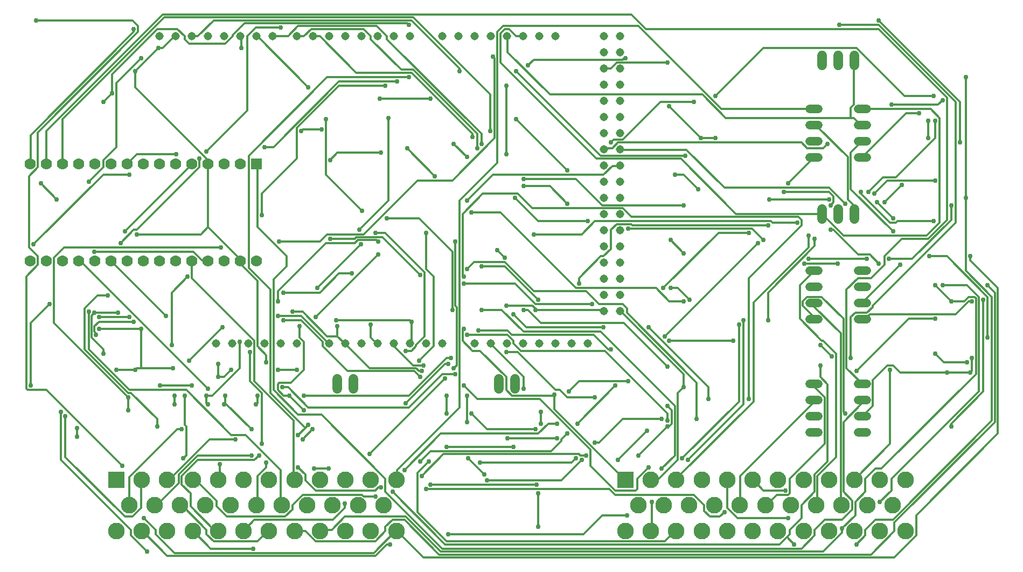
<source format=gbr>
G04 EAGLE Gerber X2 export*
%TF.Part,Single*%
%TF.FileFunction,Copper,L2,Bot,Mixed*%
%TF.FilePolarity,Positive*%
%TF.GenerationSoftware,Autodesk,EAGLE,9.1.3*%
%TF.CreationDate,2020-03-16T01:18:41Z*%
G75*
%MOMM*%
%FSLAX34Y34*%
%LPD*%
%AMOC8*
5,1,8,0,0,1.08239X$1,22.5*%
G01*
%ADD10C,1.524000*%
%ADD11C,1.320800*%
%ADD12C,1.308000*%
%ADD13R,1.778000X1.778000*%
%ADD14C,1.778000*%
%ADD15R,2.625000X2.625000*%
%ADD16C,2.625000*%
%ADD17C,0.304800*%
%ADD18C,0.756400*%


D10*
X1282700Y754380D02*
X1282700Y769620D01*
X1308100Y769620D02*
X1308100Y754380D01*
X1333500Y754380D02*
X1333500Y769620D01*
D11*
X1276604Y685800D02*
X1263396Y685800D01*
X1263396Y660400D02*
X1276604Y660400D01*
X1339596Y660400D02*
X1352804Y660400D01*
X1352804Y685800D02*
X1339596Y685800D01*
X1276604Y635000D02*
X1263396Y635000D01*
X1263396Y609600D02*
X1276604Y609600D01*
X1339596Y635000D02*
X1352804Y635000D01*
X1352804Y609600D02*
X1339596Y609600D01*
D10*
X774700Y261620D02*
X774700Y246380D01*
X800100Y246380D02*
X800100Y261620D01*
X520700Y261620D02*
X520700Y246380D01*
X546100Y246380D02*
X546100Y261620D01*
D12*
X241300Y800100D03*
X266700Y800100D03*
X292100Y800100D03*
X317500Y800100D03*
X342900Y800100D03*
X368300Y800100D03*
X393700Y800100D03*
X419100Y800100D03*
X457200Y800100D03*
X482600Y800100D03*
X508000Y800100D03*
X533400Y800100D03*
X558800Y800100D03*
X584200Y800100D03*
X609600Y800100D03*
X635000Y800100D03*
X685800Y800100D03*
X711200Y800100D03*
X736600Y800100D03*
X762000Y800100D03*
X787400Y800100D03*
X812800Y800100D03*
X838200Y800100D03*
X863600Y800100D03*
X939800Y800100D03*
X939800Y774700D03*
X939800Y749300D03*
X939800Y723900D03*
X939800Y698500D03*
X939800Y673100D03*
X939800Y647700D03*
X939800Y622300D03*
X939800Y596900D03*
X939800Y571500D03*
X939800Y546100D03*
X939800Y520700D03*
X939800Y495300D03*
X939800Y469900D03*
X939800Y444500D03*
X939800Y419100D03*
X939800Y393700D03*
X939800Y368300D03*
X965200Y368300D03*
X965200Y393700D03*
X965200Y419100D03*
X965200Y444500D03*
X965200Y469900D03*
X965200Y495300D03*
X965200Y520700D03*
X965200Y546100D03*
X965200Y571500D03*
X965200Y596900D03*
X965200Y622300D03*
X965200Y647700D03*
X965200Y673100D03*
X965200Y698500D03*
X965200Y723900D03*
X965200Y749300D03*
X965200Y774700D03*
X965200Y800100D03*
X914400Y317500D03*
X889000Y317500D03*
X863600Y317500D03*
X838200Y317500D03*
X812800Y317500D03*
X787400Y317500D03*
X762000Y317500D03*
X736600Y317500D03*
X685800Y317500D03*
X660400Y317500D03*
X635000Y317500D03*
X609600Y317500D03*
X584200Y317500D03*
X558800Y317500D03*
X533400Y317500D03*
X508000Y317500D03*
X457200Y317500D03*
X431800Y317500D03*
X406400Y317500D03*
X381000Y317500D03*
X355600Y317500D03*
X330200Y317500D03*
D10*
X1333500Y513080D02*
X1333500Y528320D01*
X1308100Y528320D02*
X1308100Y513080D01*
X1282700Y513080D02*
X1282700Y528320D01*
D13*
X393700Y599440D03*
D14*
X368300Y599440D03*
X342900Y599440D03*
X317500Y599440D03*
X292100Y599440D03*
X266700Y599440D03*
X241300Y599440D03*
X215900Y599440D03*
X190500Y599440D03*
X165100Y599440D03*
X139700Y599440D03*
X114300Y599440D03*
X88900Y599440D03*
X63500Y599440D03*
X38100Y599440D03*
X393700Y447040D03*
X368300Y447040D03*
X342900Y447040D03*
X317500Y447040D03*
X292100Y447040D03*
X266700Y447040D03*
X241300Y447040D03*
X215900Y447040D03*
X190500Y447040D03*
X165100Y447040D03*
X139700Y447040D03*
X114300Y447040D03*
X88900Y447040D03*
X63500Y447040D03*
X38100Y447040D03*
D11*
X1263396Y254000D02*
X1276604Y254000D01*
X1276604Y228600D02*
X1263396Y228600D01*
X1339596Y228600D02*
X1352804Y228600D01*
X1352804Y254000D02*
X1339596Y254000D01*
X1276604Y203200D02*
X1263396Y203200D01*
X1263396Y177800D02*
X1276604Y177800D01*
X1339596Y203200D02*
X1352804Y203200D01*
X1352804Y177800D02*
X1339596Y177800D01*
X1276604Y431800D02*
X1263396Y431800D01*
X1263396Y406400D02*
X1276604Y406400D01*
X1339596Y406400D02*
X1352804Y406400D01*
X1352804Y431800D02*
X1339596Y431800D01*
X1276604Y381000D02*
X1263396Y381000D01*
X1263396Y355600D02*
X1276604Y355600D01*
X1339596Y381000D02*
X1352804Y381000D01*
X1352804Y355600D02*
X1339596Y355600D01*
D15*
X173700Y103500D03*
D16*
X213700Y103500D03*
X253700Y103500D03*
X293700Y103500D03*
X333700Y103500D03*
X373700Y103500D03*
X413700Y103500D03*
X453700Y103500D03*
X493700Y103500D03*
X533700Y103500D03*
X573700Y103500D03*
X613700Y103500D03*
X193700Y63500D03*
X233700Y63500D03*
X273700Y63500D03*
X313700Y63500D03*
X353700Y63500D03*
X393700Y63500D03*
X433700Y63500D03*
X473700Y63500D03*
X513700Y63500D03*
X553700Y63500D03*
X593700Y63500D03*
X173700Y23500D03*
X213700Y23500D03*
X253700Y23500D03*
X293700Y23500D03*
X333700Y23500D03*
X373700Y23500D03*
X413700Y23500D03*
X453700Y23500D03*
X493700Y23500D03*
X533700Y23500D03*
X573700Y23500D03*
X613700Y23500D03*
D15*
X973800Y103500D03*
D16*
X1013800Y103500D03*
X1053800Y103500D03*
X1093800Y103500D03*
X1133800Y103500D03*
X1173800Y103500D03*
X1213800Y103500D03*
X1253800Y103500D03*
X1293800Y103500D03*
X1333800Y103500D03*
X1373800Y103500D03*
X1413800Y103500D03*
X993800Y63500D03*
X1033800Y63500D03*
X1073800Y63500D03*
X1113800Y63500D03*
X1153800Y63500D03*
X1193800Y63500D03*
X1233800Y63500D03*
X1273800Y63500D03*
X1313800Y63500D03*
X1353800Y63500D03*
X1393800Y63500D03*
X973800Y23500D03*
X1013800Y23500D03*
X1053800Y23500D03*
X1093800Y23500D03*
X1133800Y23500D03*
X1173800Y23500D03*
X1213800Y23500D03*
X1253800Y23500D03*
X1293800Y23500D03*
X1333800Y23500D03*
X1373800Y23500D03*
X1413800Y23500D03*
D17*
X301752Y800100D02*
X292100Y800100D01*
X301752Y800100D02*
X326898Y825246D01*
X637794Y825246D01*
X713232Y749808D01*
X713232Y745236D01*
X802386Y745236D02*
X934974Y612648D01*
X1067562Y612648D01*
D18*
X713232Y745236D03*
X802386Y745236D03*
X1067562Y612648D03*
D17*
X1065276Y582930D02*
X1051560Y582930D01*
X1065276Y582930D02*
X1088136Y560070D01*
D18*
X1051560Y582930D03*
X1088136Y560070D03*
D17*
X370332Y781812D02*
X370332Y800100D01*
X630936Y624078D02*
X674370Y580644D01*
X731520Y523494D02*
X777240Y523494D01*
X896112Y404622D01*
X1021842Y404622D01*
X1042416Y384048D01*
X1065276Y384048D01*
X370332Y800100D02*
X368300Y800100D01*
D18*
X370332Y781812D03*
X630936Y624078D03*
X674370Y580644D03*
X731520Y523494D03*
X1065276Y384048D03*
D17*
X475488Y720090D02*
X395478Y800100D01*
X587502Y701802D02*
X667512Y701802D01*
X802386Y669798D02*
X882396Y589788D01*
X1044702Y480060D02*
X1065276Y459486D01*
X395478Y800100D02*
X393700Y800100D01*
D18*
X475488Y720090D03*
X587502Y701802D03*
X667512Y701802D03*
X802386Y669798D03*
X882396Y589788D03*
X1044702Y480060D03*
X1065276Y459486D03*
D17*
X443484Y800100D02*
X419100Y800100D01*
X443484Y800100D02*
X459486Y816102D01*
X582930Y816102D01*
X598932Y800100D01*
X598932Y795528D01*
X747522Y646938D01*
X747522Y630936D01*
X813816Y564642D02*
X854964Y564642D01*
X882396Y537210D01*
X1044702Y404622D02*
X1056132Y404622D01*
X1074420Y386334D01*
D18*
X747522Y630936D03*
X813816Y564642D03*
X882396Y537210D03*
X1044702Y404622D03*
X1074420Y386334D03*
D17*
X468630Y800100D02*
X457200Y800100D01*
X468630Y800100D02*
X480060Y811530D01*
X562356Y811530D01*
X573786Y800100D01*
X573786Y795528D01*
X621792Y747522D01*
X640080Y747522D01*
X740664Y646938D01*
X740664Y624078D01*
X813816Y370332D02*
X820674Y370332D01*
X841248Y349758D01*
X971550Y349758D01*
X1040130Y281178D01*
D18*
X740664Y624078D03*
X813816Y370332D03*
X1040130Y281178D03*
D17*
X493776Y800100D02*
X482600Y800100D01*
X493776Y800100D02*
X550926Y742950D01*
X637794Y742950D01*
X733806Y646938D01*
X733806Y642366D01*
X813816Y576072D02*
X896112Y576072D01*
X937260Y534924D01*
X1065276Y534924D01*
D18*
X733806Y642366D03*
X813816Y576072D03*
X1065276Y534924D03*
D17*
X788670Y774954D02*
X788670Y800100D01*
X788670Y774954D02*
X854964Y708660D01*
X1094994Y708660D01*
X1131570Y672084D01*
X1328166Y672084D02*
X1332738Y672084D01*
X1328166Y672084D02*
X1131570Y672084D01*
X1332738Y672084D02*
X1344168Y660654D01*
X788670Y800100D02*
X787400Y800100D01*
X1344168Y660654D02*
X1346200Y660400D01*
X1332738Y692658D02*
X1332738Y761238D01*
X1332738Y692658D02*
X1328166Y688086D01*
X1328166Y672084D01*
X1332738Y761238D02*
X1333500Y762000D01*
X812800Y800100D02*
X802386Y800100D01*
X790956Y811530D01*
X784098Y811530D01*
X777240Y804672D01*
X777240Y758952D01*
X928116Y608076D01*
X1060704Y608076D01*
X1147572Y521208D01*
X1282446Y521208D01*
X1282700Y520700D01*
X1346200Y685800D02*
X1453896Y685800D01*
X1467612Y672084D01*
X1467612Y507492D01*
X1447038Y486918D01*
X1316736Y486918D01*
X1284732Y518922D01*
X1282700Y520700D01*
X265176Y235458D02*
X265176Y221742D01*
X260604Y315468D02*
X260604Y397764D01*
X285750Y422910D01*
X402336Y518922D02*
X402336Y553212D01*
X457200Y608076D01*
X457200Y656082D01*
X523494Y722376D01*
X596646Y722376D01*
D18*
X265176Y221742D03*
X265176Y235458D03*
X260604Y315468D03*
X285750Y422910D03*
X402336Y518922D03*
X596646Y722376D03*
D17*
X192024Y233172D02*
X192024Y212598D01*
X192024Y233172D02*
X75438Y349758D01*
X75438Y452628D01*
X91440Y468630D01*
X338328Y468630D01*
X429768Y477774D02*
X493776Y477774D01*
X505206Y489204D01*
X562356Y489204D01*
X646938Y573786D01*
X701802Y573786D01*
X768096Y640080D01*
X768096Y765810D01*
X765810Y768096D01*
D18*
X192024Y212598D03*
X192024Y233172D03*
X338328Y468630D03*
X429768Y477774D03*
X765810Y768096D03*
D17*
X86868Y210312D02*
X86868Y134874D01*
X196596Y25146D01*
X196596Y16002D01*
X221742Y-9144D01*
X813816Y246888D02*
X813816Y265176D01*
X763524Y315468D01*
X762000Y317500D01*
D18*
X86868Y210312D03*
X221742Y-9144D03*
X813816Y246888D03*
D17*
X315468Y235458D02*
X315468Y224028D01*
X317754Y221742D01*
X1085850Y198882D02*
X1085850Y256032D01*
X976122Y365760D01*
X976122Y372618D01*
X969264Y379476D01*
X932688Y379476D01*
X912114Y400050D01*
X829818Y400050D01*
X784098Y445770D01*
X736092Y445770D01*
X724662Y434340D01*
X637794Y352044D02*
X637794Y320040D01*
X635508Y317754D01*
X635000Y317500D01*
X324612Y235458D02*
X315468Y235458D01*
X324612Y235458D02*
X368046Y278892D01*
X368046Y320040D01*
X518922Y354330D02*
X635508Y354330D01*
X637794Y352044D01*
D18*
X315468Y235458D03*
X317754Y221742D03*
X1085850Y198882D03*
X724662Y434340D03*
X637794Y352044D03*
X368046Y320040D03*
X518922Y354330D03*
D17*
X345186Y235458D02*
X345186Y224028D01*
X317754Y246888D02*
X118872Y445770D01*
X114300Y445770D01*
X114300Y447040D01*
X992124Y105156D02*
X1010412Y123444D01*
X992124Y105156D02*
X992124Y89154D01*
X989838Y86868D01*
X957834Y86868D01*
X918972Y125730D01*
X918972Y150876D01*
X838962Y230886D01*
X740664Y230886D01*
X720090Y251460D01*
X656082Y283464D02*
X640080Y283464D01*
X608076Y315468D01*
X609600Y317500D01*
X386334Y182880D02*
X345186Y224028D01*
X342900Y221742D01*
D18*
X345186Y235458D03*
X342900Y221742D03*
X317754Y246888D03*
X1010412Y123444D03*
X720090Y251460D03*
X656082Y283464D03*
X386334Y182880D03*
D17*
X153162Y301752D02*
X153162Y308610D01*
X134874Y326898D01*
X134874Y361188D01*
X139446Y365760D01*
X573786Y347472D02*
X573786Y326898D01*
X582930Y317754D01*
X584200Y317500D01*
X1168146Y230886D02*
X1168146Y420624D01*
X1250442Y502920D01*
X1250442Y512064D01*
X1245870Y516636D01*
X982980Y516636D01*
X969264Y530352D01*
X827532Y530352D01*
X804672Y553212D01*
X749808Y553212D01*
X717804Y521208D01*
X717804Y425196D01*
X720090Y422910D01*
X176022Y365760D02*
X139446Y365760D01*
D18*
X153162Y301752D03*
X139446Y365760D03*
X573786Y347472D03*
X1168146Y230886D03*
X720090Y422910D03*
X176022Y365760D03*
D17*
X38862Y349758D02*
X38862Y251460D01*
X38862Y349758D02*
X68580Y379476D01*
X146304Y358902D02*
X194310Y358902D01*
X450342Y368046D02*
X466344Y368046D01*
X505206Y329184D01*
X521208Y329184D01*
X532638Y317754D01*
X533400Y317500D01*
X521208Y329184D02*
X521208Y345186D01*
X836676Y82296D02*
X836676Y29718D01*
X832104Y182880D02*
X756666Y182880D01*
X731520Y208026D01*
X692658Y208026D02*
X692658Y235458D01*
X653796Y274320D02*
X649224Y274320D01*
X644652Y278892D01*
X571500Y278892D01*
X534924Y315468D01*
X533400Y317500D01*
D18*
X38862Y251460D03*
X68580Y379476D03*
X146304Y358902D03*
X194310Y358902D03*
X450342Y368046D03*
X521208Y345186D03*
X836676Y29718D03*
X836676Y82296D03*
X832104Y182880D03*
X731520Y208026D03*
X692658Y208026D03*
X692658Y235458D03*
X653796Y274320D03*
D17*
X507492Y317754D02*
X464058Y361188D01*
X427482Y361188D01*
X251460Y361188D02*
X166878Y445770D01*
X507492Y317754D02*
X508000Y317500D01*
X166878Y445770D02*
X165100Y447040D01*
X173736Y726948D02*
X212598Y765810D01*
X173736Y726948D02*
X173736Y626364D01*
X153162Y605790D01*
X153162Y594360D01*
X130302Y571500D01*
D18*
X427482Y361188D03*
X251460Y361188D03*
X212598Y765810D03*
X130302Y571500D03*
D17*
X1412748Y706374D02*
X1458468Y706374D01*
X1412748Y706374D02*
X1337310Y781812D01*
X1191006Y781812D01*
X1115568Y706374D01*
X1081278Y697230D02*
X1028700Y697230D01*
X969264Y637794D01*
X955548Y637794D01*
X950976Y633222D01*
D18*
X1458468Y706374D03*
X1115568Y706374D03*
X1081278Y697230D03*
X950976Y633222D03*
D17*
X1474470Y288036D02*
X1511046Y288036D01*
X1474470Y288036D02*
X1460754Y301752D01*
X953262Y624078D02*
X941832Y624078D01*
X953262Y624078D02*
X962406Y633222D01*
X1250442Y633222D01*
X1259586Y624078D01*
X1284732Y624078D01*
X1291590Y630936D01*
X1392174Y692658D02*
X1465326Y692658D01*
X1472184Y699516D01*
X941832Y624078D02*
X939800Y622300D01*
D18*
X1511046Y288036D03*
X1460754Y301752D03*
X1291590Y630936D03*
X1392174Y692658D03*
X1472184Y699516D03*
D17*
X950976Y749808D02*
X941832Y749808D01*
X950976Y749808D02*
X960120Y758952D01*
X1040130Y758952D01*
X941832Y749808D02*
X939800Y749300D01*
D18*
X1040130Y758952D03*
D17*
X292608Y598932D02*
X187452Y493776D01*
X292608Y598932D02*
X292100Y599440D01*
X1092708Y640080D02*
X1115568Y640080D01*
X1092708Y640080D02*
X1042416Y690372D01*
X420624Y626364D02*
X406908Y626364D01*
X420624Y626364D02*
X523494Y729234D01*
X614934Y729234D01*
D18*
X187452Y493776D03*
X1092708Y640080D03*
X1115568Y640080D03*
X1042416Y690372D03*
X406908Y626364D03*
X614934Y729234D03*
D17*
X445770Y235458D02*
X468630Y212598D01*
X953262Y596646D02*
X964692Y596646D01*
X953262Y596646D02*
X939546Y582930D01*
X765810Y582930D01*
X724662Y541782D01*
X585216Y457200D02*
X486918Y358902D01*
X461772Y345186D02*
X461772Y326898D01*
X468630Y320040D01*
X468630Y276606D01*
X448056Y256032D01*
X429768Y256032D01*
X427482Y253746D01*
X427482Y244602D01*
X436626Y235458D01*
X445770Y235458D01*
X964692Y596646D02*
X965200Y596900D01*
D18*
X468630Y212598D03*
X445770Y235458D03*
X724662Y541782D03*
X585216Y457200D03*
X486918Y358902D03*
X461772Y345186D03*
D17*
X1543050Y326898D02*
X1543050Y390906D01*
X1479042Y454914D01*
X1451610Y454914D01*
X1394460Y514350D02*
X1369314Y539496D01*
X1319022Y537210D02*
X1293876Y562356D01*
X1129284Y562356D01*
X1069848Y621792D01*
X966978Y621792D01*
X965200Y622300D01*
D18*
X1543050Y326898D03*
X1451610Y454914D03*
X1394460Y514350D03*
X1369314Y539496D03*
X1319022Y537210D03*
D17*
X112014Y185166D02*
X112014Y171450D01*
X242316Y251460D02*
X292608Y251460D01*
X434340Y249174D02*
X443484Y249174D01*
X475488Y217170D01*
X633222Y217170D01*
X685800Y269748D01*
X706374Y269748D01*
X786384Y304038D02*
X804672Y304038D01*
X864108Y244602D01*
X870966Y244602D01*
X882396Y233172D01*
X925830Y233172D01*
D18*
X112014Y171450D03*
X112014Y185166D03*
X242316Y251460D03*
X292608Y251460D03*
X434340Y249174D03*
X706374Y269748D03*
X786384Y304038D03*
X925830Y233172D03*
D17*
X866394Y169164D02*
X788670Y169164D01*
X1449324Y640080D02*
X1449324Y667512D01*
X235458Y25146D02*
X217170Y43434D01*
X235458Y25146D02*
X235458Y18288D01*
X265176Y-11430D01*
X578358Y-11430D01*
X612648Y22860D01*
X613700Y23500D01*
X1515618Y448056D02*
X1515618Y454914D01*
X1515618Y448056D02*
X1559052Y404622D01*
X1559052Y176022D01*
X1431036Y48006D01*
X1431036Y16002D01*
X1396746Y-18288D01*
X656082Y-18288D01*
X614934Y22860D01*
X613700Y23500D01*
D18*
X866394Y169164D03*
X788670Y169164D03*
X1449324Y667512D03*
X1449324Y640080D03*
X217170Y43434D03*
X1515618Y454914D03*
D17*
X278892Y61722D02*
X274320Y61722D01*
X278892Y61722D02*
X315468Y25146D01*
X315468Y18288D01*
X326898Y6858D01*
X395478Y6858D01*
X411480Y22860D01*
X274320Y61722D02*
X273700Y63500D01*
X411480Y22860D02*
X413700Y23500D01*
X203454Y276606D02*
X173736Y276606D01*
X205740Y278892D02*
X212598Y278892D01*
X262890Y278892D01*
X205740Y278892D02*
X203454Y276606D01*
X333756Y265176D02*
X342900Y265176D01*
X354330Y276606D01*
X333756Y285750D02*
X333756Y265176D01*
X212598Y278892D02*
X212598Y340614D01*
X146304Y340614D01*
X240030Y781812D02*
X246888Y781812D01*
X265176Y800100D01*
X266700Y800100D01*
X240030Y781812D02*
X203454Y745236D01*
X409194Y299466D02*
X409194Y288036D01*
X409194Y299466D02*
X395478Y313182D01*
X395478Y416052D01*
X370332Y441198D01*
X370332Y445770D01*
X368300Y447040D01*
X427482Y276606D02*
X457200Y276606D01*
X317754Y500634D02*
X317754Y598932D01*
X317754Y500634D02*
X370332Y448056D01*
X317754Y598932D02*
X317500Y599440D01*
X370332Y448056D02*
X368300Y447040D01*
X203454Y720090D02*
X203454Y745236D01*
X203454Y720090D02*
X315468Y608076D01*
X315468Y601218D01*
X317500Y599440D01*
X306324Y489204D02*
X205740Y489204D01*
X306324Y489204D02*
X317754Y500634D01*
X1346454Y381762D02*
X1405890Y441198D01*
X1346454Y381762D02*
X1346200Y381000D01*
X1405890Y272034D02*
X1479042Y272034D01*
X1515618Y272034D01*
X1405890Y272034D02*
X1394460Y283464D01*
X1385316Y283464D01*
X1362456Y260604D01*
X1362456Y219456D01*
X1346200Y203200D01*
X1517904Y274320D02*
X1517904Y294894D01*
X1517904Y274320D02*
X1515618Y272034D01*
X1065276Y269748D02*
X1065276Y249174D01*
X1065276Y269748D02*
X966978Y368046D01*
X965200Y368300D01*
X827532Y377190D02*
X786384Y377190D01*
X832104Y372618D02*
X834390Y370332D01*
X832104Y372618D02*
X827532Y377190D01*
X834390Y370332D02*
X939546Y370332D01*
X939800Y368300D01*
X832104Y370332D02*
X832104Y372618D01*
X1014984Y105156D02*
X1026414Y105156D01*
X1056132Y134874D01*
X1056132Y240030D01*
X1065276Y249174D01*
X1014984Y105156D02*
X1013800Y103500D01*
X1394460Y493776D02*
X1328166Y560070D01*
X1328166Y617220D01*
X1344168Y633222D01*
X1346200Y635000D01*
X784098Y452628D02*
X772668Y464058D01*
D18*
X173736Y276606D03*
X203454Y276606D03*
X262890Y278892D03*
X333756Y265176D03*
X354330Y276606D03*
X333756Y285750D03*
X212598Y340614D03*
X146304Y340614D03*
X240030Y781812D03*
X203454Y745236D03*
X409194Y288036D03*
X457200Y276606D03*
X427482Y276606D03*
X205740Y489204D03*
X1405890Y441198D03*
X1515618Y272034D03*
X1517904Y294894D03*
X1479042Y272034D03*
X1065276Y249174D03*
X786384Y377190D03*
X832104Y370332D03*
X1394460Y493776D03*
X772668Y464058D03*
X784098Y452628D03*
D17*
X861822Y235458D02*
X861822Y214884D01*
X971550Y105156D01*
X973800Y103500D01*
X861822Y235458D02*
X795528Y235458D01*
X786384Y244602D01*
X786384Y265176D01*
X745236Y306324D01*
X733806Y306324D01*
X717804Y322326D01*
X717804Y338328D01*
X720090Y340614D01*
X861822Y237744D02*
X861822Y235458D01*
X1415034Y678942D02*
X1435608Y678942D01*
X1415034Y678942D02*
X1346454Y610362D01*
X1346200Y609600D01*
X1513332Y384048D02*
X1517904Y384048D01*
X1513332Y384048D02*
X1492758Y363474D01*
X1357884Y363474D01*
X1351026Y356616D01*
X1346454Y356616D01*
X1346200Y355600D01*
X315468Y448056D02*
X308610Y448056D01*
X294894Y461772D01*
X139446Y461772D01*
X315468Y448056D02*
X317500Y447040D01*
X212598Y102870D02*
X212598Y59436D01*
X198882Y45720D01*
X187452Y45720D01*
X93726Y139446D01*
X93726Y203454D01*
X212598Y102870D02*
X213700Y103500D01*
X80010Y544068D02*
X54864Y569214D01*
D18*
X861822Y237744D03*
X720090Y340614D03*
X1435608Y678942D03*
X1517904Y384048D03*
X139446Y461772D03*
X93726Y203454D03*
X54864Y569214D03*
X80010Y544068D03*
D17*
X1040130Y187452D02*
X1042416Y187452D01*
X1046988Y192024D01*
X1046988Y212598D01*
X1040130Y219456D01*
X1040130Y187452D02*
X994410Y141732D01*
X912114Y141732D02*
X902970Y141732D01*
X900684Y144018D01*
X688086Y144018D01*
X653796Y109728D01*
X580644Y77724D02*
X562356Y77724D01*
X560070Y80010D01*
X466344Y80010D01*
X450342Y64008D01*
X450342Y57150D01*
X438912Y45720D01*
X347472Y45720D01*
X331470Y61722D01*
X331470Y70866D01*
X299466Y102870D01*
X294894Y102870D01*
X293700Y103500D01*
D18*
X1040130Y187452D03*
X1040130Y219456D03*
X994410Y141732D03*
X912114Y141732D03*
X653796Y109728D03*
X580644Y77724D03*
D17*
X395478Y224028D02*
X395478Y235458D01*
X395478Y224028D02*
X393192Y221742D01*
X946404Y308610D02*
X950976Y308610D01*
X946404Y308610D02*
X923544Y331470D01*
X795528Y331470D01*
X788670Y338328D01*
X742950Y338328D01*
X699516Y294894D02*
X692658Y294894D01*
X633222Y235458D01*
X468630Y235458D01*
D18*
X395478Y235458D03*
X393192Y221742D03*
X950976Y308610D03*
X742950Y338328D03*
X699516Y294894D03*
X468630Y235458D03*
D17*
X1104138Y230886D02*
X1104138Y249174D01*
X1010412Y342900D01*
X939546Y342900D02*
X818388Y342900D01*
X797814Y363474D01*
X694944Y285750D02*
X690372Y285750D01*
X628650Y224028D01*
X507492Y121158D02*
X484632Y121158D01*
D18*
X1104138Y230886D03*
X1010412Y342900D03*
X939546Y342900D03*
X797814Y363474D03*
X694944Y285750D03*
X628650Y224028D03*
X507492Y121158D03*
X484632Y121158D03*
D17*
X292608Y420624D02*
X292608Y445770D01*
X292608Y420624D02*
X390906Y322326D01*
X390906Y258318D01*
X452628Y196596D01*
X452628Y105156D01*
X292608Y445770D02*
X292100Y447040D01*
X452628Y105156D02*
X453700Y103500D01*
X1040130Y196596D02*
X1040130Y208026D01*
X941832Y306324D01*
X809244Y306324D01*
X797814Y317754D01*
X797814Y322326D01*
X788670Y331470D01*
X724662Y331470D01*
X482346Y182880D02*
X466344Y166878D01*
X361188Y166878D02*
X320040Y166878D01*
X258318Y105156D01*
X253746Y105156D01*
X253700Y103500D01*
D18*
X1040130Y196596D03*
X724662Y331470D03*
X482346Y182880D03*
X466344Y166878D03*
X361188Y166878D03*
D17*
X336042Y128016D02*
X336042Y107442D01*
X333756Y105156D01*
X333700Y103500D01*
X1485900Y187452D02*
X1485900Y192024D01*
X1536192Y242316D01*
X1536192Y386334D01*
X432054Y813816D02*
X393192Y813816D01*
X379476Y800100D01*
X379476Y683514D01*
X315468Y619506D01*
X304038Y608076D02*
X304038Y594360D01*
X205740Y496062D01*
X201168Y496062D01*
X180594Y475488D01*
X160020Y393192D02*
X144018Y393192D01*
X123444Y372618D01*
X123444Y308610D01*
X192024Y240030D01*
X196596Y240030D01*
X237744Y198882D01*
X237744Y187452D01*
D18*
X336042Y128016D03*
X1485900Y187452D03*
X1536192Y386334D03*
X432054Y813816D03*
X315468Y619506D03*
X304038Y608076D03*
X180594Y475488D03*
X160020Y393192D03*
X237744Y187452D03*
D17*
X1508760Y546354D02*
X1508760Y736092D01*
X1280160Y283464D02*
X1280160Y265176D01*
X1291590Y253746D01*
X1291590Y132588D01*
X1271016Y112014D01*
X1271016Y84582D01*
X1250442Y64008D01*
X1250442Y43434D01*
X1232154Y25146D01*
X1232154Y18288D01*
X1227582Y13716D02*
X1216152Y2286D01*
X1227582Y13716D02*
X1232154Y18288D01*
X1216152Y2286D02*
X690372Y2286D01*
X608076Y84582D01*
X1508760Y432054D02*
X1508760Y546354D01*
X1508760Y432054D02*
X1549908Y390906D01*
X1549908Y196596D01*
X1394460Y41148D01*
X1367028Y41148D01*
X1351026Y25146D01*
X1351026Y16002D01*
X1337310Y2286D01*
X1239012Y2286D02*
X1227582Y13716D01*
D18*
X1508760Y546354D03*
X1508760Y736092D03*
X1280160Y283464D03*
X608076Y84582D03*
X1337310Y2286D03*
X1239012Y2286D03*
D17*
X1143000Y322326D02*
X1042416Y322326D01*
X978408Y258318D02*
X900684Y258318D01*
X884682Y242316D01*
X797814Y155448D02*
X692658Y155448D01*
D18*
X1143000Y322326D03*
X1042416Y322326D03*
X978408Y258318D03*
X884682Y242316D03*
X797814Y155448D03*
X692658Y155448D03*
D17*
X1460754Y640080D02*
X1460754Y667512D01*
X1460754Y640080D02*
X1399032Y578358D01*
X1378458Y578358D01*
X1355598Y555498D01*
X1271016Y482346D02*
X1271016Y470916D01*
X1197864Y397764D01*
X1197864Y354330D01*
X889254Y130302D02*
X745236Y130302D01*
X889254Y130302D02*
X896112Y137160D01*
X925830Y162306D02*
X932688Y162306D01*
X969264Y198882D01*
X1030986Y198882D01*
D18*
X1460754Y667512D03*
X1355598Y555498D03*
X1271016Y482346D03*
X1197864Y354330D03*
X745236Y130302D03*
X896112Y137160D03*
X925830Y162306D03*
X1030986Y198882D03*
D17*
X1008126Y180594D02*
X962406Y134874D01*
X905256Y134874D02*
X873252Y102870D01*
X756666Y102870D01*
X603504Y2286D02*
X598932Y2286D01*
X580644Y-16002D01*
X253746Y-16002D01*
X214884Y22860D01*
X213700Y23500D01*
D18*
X1008126Y180594D03*
X962406Y134874D03*
X905256Y134874D03*
X756666Y102870D03*
X603504Y2286D03*
D17*
X1385316Y573786D02*
X1460754Y573786D01*
X1385316Y573786D02*
X1364742Y553212D01*
X1293876Y544068D02*
X1200150Y544068D01*
X182880Y125730D02*
X64008Y244602D01*
X34290Y244602D01*
X32004Y246888D01*
X32004Y422910D01*
X50292Y441198D01*
X50292Y454914D01*
X36576Y468630D01*
X36576Y580644D01*
X50292Y594360D01*
X50292Y649224D01*
X208026Y806958D01*
X208026Y816102D01*
X198882Y825246D01*
X48006Y825246D01*
X1371600Y825246D02*
X1499616Y697230D01*
X1499616Y633222D01*
D18*
X1460754Y573786D03*
X1364742Y553212D03*
X1293876Y544068D03*
X1200150Y544068D03*
X182880Y125730D03*
X48006Y825246D03*
X1371600Y825246D03*
X1499616Y633222D03*
D17*
X1159002Y354330D02*
X1159002Y221742D01*
X1072134Y134874D01*
X976122Y48006D02*
X937260Y48006D01*
X907542Y18288D01*
X694944Y18288D01*
X388620Y-4572D02*
X322326Y-4572D01*
X294894Y22860D01*
X293700Y23500D01*
D18*
X1159002Y354330D03*
X1072134Y134874D03*
X976122Y48006D03*
X694944Y18288D03*
X388620Y-4572D03*
D17*
X1485900Y512064D02*
X1485900Y534924D01*
X1485900Y512064D02*
X1424178Y450342D01*
X1387602Y450342D01*
X1353312Y450342D02*
X1261872Y450342D01*
X331470Y25146D02*
X326898Y25146D01*
X290322Y61722D01*
X290322Y82296D01*
X276606Y96012D01*
X276606Y109728D01*
X301752Y134874D01*
X390906Y134874D01*
X397764Y141732D01*
X402336Y160020D02*
X402336Y240030D01*
X384048Y258318D01*
X384048Y304038D01*
X720090Y411480D02*
X800100Y411480D01*
X832104Y379476D01*
X921258Y379476D01*
X1033272Y404622D02*
X1120140Y491490D01*
X1168146Y491490D01*
X333700Y23500D02*
X331470Y25146D01*
D18*
X1485900Y534924D03*
X1387602Y450342D03*
X1353312Y450342D03*
X1261872Y450342D03*
X397764Y141732D03*
X402336Y160020D03*
X384048Y304038D03*
X720090Y411480D03*
X921258Y379476D03*
X1033272Y404622D03*
X1168146Y491490D03*
D17*
X1181862Y475488D02*
X1035558Y329184D01*
X957834Y251460D02*
X898398Y192024D01*
X882396Y176022D02*
X873252Y166878D01*
X873252Y164592D01*
X857250Y148590D01*
X667512Y148590D01*
X651510Y132588D01*
X532638Y66294D02*
X532638Y59436D01*
X514350Y41148D01*
X390906Y41148D01*
X374904Y25146D01*
X373700Y23500D01*
D18*
X1181862Y475488D03*
X1035558Y329184D03*
X957834Y251460D03*
X898398Y192024D03*
X882396Y176022D03*
X651510Y132588D03*
X532638Y66294D03*
D17*
X1472184Y409194D02*
X1511046Y409194D01*
X1529334Y390906D01*
X1529334Y242316D01*
X1392174Y105156D01*
X1392174Y86868D01*
X1373886Y68580D01*
X1229868Y43434D02*
X1149858Y43434D01*
X1133856Y59436D01*
X1133856Y102870D01*
X1133800Y103500D01*
X834390Y96012D02*
X667512Y96012D01*
D18*
X1472184Y409194D03*
X1373886Y68580D03*
X1229868Y43434D03*
X667512Y96012D03*
X834390Y96012D03*
D17*
X1419606Y356616D02*
X1460754Y356616D01*
X1419606Y356616D02*
X1337310Y274320D01*
X1225296Y86868D02*
X1191006Y86868D01*
X1175004Y102870D01*
X1173800Y103500D01*
X948690Y89154D02*
X660654Y89154D01*
X948690Y89154D02*
X957834Y80010D01*
X1081278Y80010D01*
X1097280Y64008D01*
X1097280Y54864D01*
X1106424Y45720D01*
X1122426Y45720D01*
X1129284Y52578D01*
D18*
X1460754Y356616D03*
X1337310Y274320D03*
X1225296Y86868D03*
X660654Y89154D03*
X1129284Y52578D03*
D17*
X1401318Y509778D02*
X1458468Y509778D01*
X1401318Y509778D02*
X1399032Y507492D01*
X1389888Y507492D01*
X1344168Y553212D01*
X1344168Y555498D01*
X1261872Y486918D02*
X1261872Y468630D01*
X1175004Y381762D01*
X1175004Y226314D01*
X1053846Y105156D01*
X1053800Y103500D01*
X470916Y22860D02*
X454914Y22860D01*
X470916Y22860D02*
X486918Y6858D01*
X580644Y6858D01*
X596646Y22860D01*
X596646Y29718D01*
X608076Y41148D01*
X626364Y41148D01*
X681228Y-13716D01*
X1360170Y-13716D01*
X1396746Y22860D01*
X1396746Y36576D01*
X1554480Y194310D01*
X1554480Y397764D01*
X1543050Y409194D01*
X454914Y22860D02*
X453700Y23500D01*
D18*
X1458468Y509778D03*
X1344168Y555498D03*
X1261872Y486918D03*
X1543050Y409194D03*
D17*
X1485900Y384048D02*
X1460754Y409194D01*
X1485900Y384048D02*
X1506474Y384048D01*
X1513332Y390906D01*
X1522476Y390906D01*
X1524762Y388620D01*
X1524762Y269748D01*
X1376172Y121158D01*
X1367028Y121158D01*
X1351026Y105156D01*
X1351026Y84582D01*
X1335024Y68580D01*
X1335024Y48006D01*
X1314450Y27432D01*
X512064Y25146D02*
X493776Y25146D01*
X512064Y25146D02*
X532638Y45720D01*
X628650Y45720D01*
X683514Y-9144D01*
X1284732Y-9144D01*
X1314450Y20574D01*
X1314450Y27432D01*
X493776Y25146D02*
X493700Y23500D01*
D18*
X1460754Y409194D03*
X1485900Y384048D03*
X1314450Y27432D03*
D17*
X1298448Y297180D02*
X1280160Y315468D01*
D18*
X1280160Y315468D03*
X1298448Y297180D03*
D17*
X1152144Y347472D02*
X1152144Y226314D01*
X1062990Y137160D01*
D18*
X1152144Y347472D03*
X1062990Y137160D03*
D17*
X1223010Y555498D02*
X1293876Y555498D01*
X1300734Y548640D01*
X1300734Y539496D01*
X1296162Y534924D01*
X1296162Y496062D02*
X1300734Y496062D01*
X1339596Y457200D01*
X1357884Y457200D01*
X1371600Y443484D01*
X1389888Y276606D02*
X1389888Y160020D01*
X1335024Y105156D01*
X1333800Y103500D01*
D18*
X1223010Y555498D03*
X1296162Y534924D03*
X1296162Y496062D03*
X1371600Y443484D03*
X1389888Y276606D03*
D17*
X1270000Y685800D02*
X1124712Y685800D01*
X994410Y816102D01*
X781812Y816102D01*
X772668Y806958D01*
X772668Y601218D01*
X713232Y541782D01*
X713232Y217170D01*
X614934Y118872D01*
X614934Y105156D01*
X613700Y103500D01*
X1271016Y658368D02*
X1275588Y658368D01*
X1323594Y610362D01*
X1323594Y544068D01*
X1332738Y534924D01*
X1332738Y521208D01*
X1271016Y658368D02*
X1270000Y660400D01*
X1332738Y521208D02*
X1333500Y520700D01*
X1268730Y608076D02*
X1229868Y569214D01*
X1197864Y502920D02*
X985266Y502920D01*
X982980Y505206D01*
X960120Y505206D01*
X950976Y496062D01*
X950976Y466344D01*
X939546Y454914D01*
X934974Y454914D01*
X900684Y420624D01*
X900684Y411480D01*
X866394Y192024D02*
X852678Y192024D01*
X836676Y176022D01*
X683514Y176022D01*
X626364Y118872D01*
X589788Y91440D02*
X585216Y91440D01*
X580644Y86868D01*
X486918Y86868D01*
X470916Y102870D01*
X470916Y112014D01*
X459486Y123444D01*
X386334Y141732D02*
X301752Y141732D01*
X272034Y112014D01*
X272034Y98298D01*
X235458Y61722D01*
X1268730Y608076D02*
X1270000Y609600D01*
X235458Y61722D02*
X233700Y63500D01*
D18*
X1229868Y569214D03*
X1197864Y502920D03*
X900684Y411480D03*
X866394Y192024D03*
X626364Y118872D03*
X589788Y91440D03*
X459486Y123444D03*
X386334Y141732D03*
D17*
X1204722Y507492D02*
X1243584Y507492D01*
X1204722Y507492D02*
X1202436Y509778D01*
X925830Y509778D01*
X905256Y489204D01*
X829818Y489204D01*
D18*
X1243584Y507492D03*
X829818Y489204D03*
D17*
X470916Y185166D02*
X459486Y173736D01*
X470916Y185166D02*
X475488Y189738D01*
X276606Y182880D02*
X269748Y182880D01*
X194310Y107442D01*
X194310Y64008D01*
X193700Y63500D01*
X971550Y765810D02*
X973836Y765810D01*
X971550Y765810D02*
X969264Y763524D01*
X829818Y763524D01*
X820674Y754380D01*
X633222Y736092D02*
X505206Y736092D01*
X381762Y612648D01*
X381762Y436626D01*
X416052Y402336D01*
X416052Y240030D01*
X470916Y185166D01*
D18*
X475488Y189738D03*
X459486Y173736D03*
X276606Y182880D03*
X973836Y765810D03*
X820674Y754380D03*
X633222Y736092D03*
D17*
X496062Y653796D02*
X466344Y653796D01*
X464058Y651510D01*
D18*
X496062Y653796D03*
X464058Y651510D03*
D17*
X267462Y614934D02*
X205740Y614934D01*
X192024Y601218D01*
X190500Y599440D01*
D18*
X267462Y614934D03*
D17*
X704088Y630936D02*
X724662Y610362D01*
X724662Y235458D02*
X724662Y194310D01*
X726948Y137160D02*
X752094Y112014D01*
D18*
X704088Y630936D03*
X724662Y610362D03*
X724662Y235458D03*
X724662Y194310D03*
X726948Y137160D03*
X752094Y112014D03*
D17*
X601218Y541782D02*
X601218Y672084D01*
X601218Y541782D02*
X555498Y496062D01*
X557784Y473202D02*
X489204Y404622D01*
X340614Y342900D02*
X288036Y290322D01*
X281178Y235458D02*
X281178Y189738D01*
X283464Y187452D01*
X283464Y141732D01*
X278892Y137160D01*
D18*
X601218Y672084D03*
X555498Y496062D03*
X557784Y473202D03*
X489204Y404622D03*
X340614Y342900D03*
X288036Y290322D03*
X281178Y235458D03*
X278892Y137160D03*
D17*
X502920Y582930D02*
X502920Y669798D01*
X502920Y582930D02*
X560070Y525780D01*
X580644Y491490D02*
X596646Y491490D01*
X658368Y429768D01*
X658368Y329184D01*
X644652Y315468D01*
X644652Y313182D01*
X637794Y306324D01*
X628650Y306324D01*
X409194Y130302D02*
X409194Y123444D01*
X395478Y109728D01*
X395478Y64008D01*
X393700Y63500D01*
D18*
X502920Y669798D03*
X560070Y525780D03*
X580644Y491490D03*
X628650Y306324D03*
X409194Y130302D03*
D17*
X130302Y308610D02*
X130302Y368046D01*
X130302Y308610D02*
X194310Y244602D01*
X283464Y244602D01*
X354330Y173736D01*
X377190Y173736D01*
X432054Y118872D01*
X432054Y64008D01*
X433700Y63500D01*
D18*
X130302Y368046D03*
D17*
X523494Y427482D02*
X544068Y427482D01*
X523494Y427482D02*
X493776Y397764D01*
X436626Y397764D01*
D18*
X544068Y427482D03*
X436626Y397764D03*
D17*
X761238Y651510D02*
X761238Y708660D01*
X640080Y829818D01*
X249174Y829818D01*
X89154Y669798D01*
X89154Y601218D01*
X88900Y599440D01*
D18*
X761238Y651510D03*
D17*
X548640Y482346D02*
X509778Y482346D01*
X548640Y482346D02*
X550926Y484632D01*
X592074Y484632D01*
X651510Y425196D01*
X747522Y438912D02*
X784098Y438912D01*
X836676Y386334D01*
X841248Y210312D02*
X841248Y192024D01*
D18*
X509778Y482346D03*
X651510Y425196D03*
X747522Y438912D03*
X836676Y386334D03*
X841248Y210312D03*
X841248Y192024D03*
D17*
X649224Y514350D02*
X598932Y514350D01*
X649224Y514350D02*
X701802Y461772D01*
X701802Y370332D01*
X747522Y370332D02*
X779526Y370332D01*
X813816Y336042D01*
X934974Y336042D01*
X1051560Y219456D01*
X1051560Y141732D01*
X1030986Y121158D01*
X1014984Y68580D02*
X1014984Y25146D01*
X1013800Y23500D01*
D18*
X598932Y514350D03*
X701802Y370332D03*
X747522Y370332D03*
X1030986Y121158D03*
X1014984Y68580D03*
D17*
X660654Y434340D02*
X660654Y491490D01*
X660654Y434340D02*
X672084Y422910D01*
X672084Y313182D01*
X649224Y290322D01*
X665226Y132588D02*
X646938Y114300D01*
X646938Y52578D01*
X692658Y6858D01*
X1035558Y6858D01*
X1051560Y22860D01*
X1053800Y23500D01*
D18*
X660654Y491490D03*
X649224Y290322D03*
X665226Y132588D03*
D17*
X706374Y377190D02*
X706374Y477774D01*
X706374Y377190D02*
X708660Y374904D01*
X708660Y283464D01*
X704088Y278892D01*
X690372Y262890D02*
X571500Y144018D01*
D18*
X706374Y477774D03*
X704088Y278892D03*
X690372Y262890D03*
X571500Y144018D03*
D17*
X427482Y384048D02*
X427482Y400050D01*
X502920Y475488D01*
X548640Y475488D01*
X553212Y480060D01*
X582930Y480060D01*
X585216Y477774D01*
D18*
X427482Y384048D03*
X585216Y477774D03*
D17*
X1344168Y228600D02*
X1344168Y221742D01*
X1316736Y194310D01*
X1316736Y84582D01*
X1330452Y70866D01*
X1330452Y57150D01*
X1314450Y41148D01*
X1287018Y41148D01*
X1271016Y25146D01*
X1271016Y16002D01*
X1250442Y-4572D01*
X685800Y-4572D01*
X596646Y84582D01*
X596646Y105156D01*
X496062Y205740D01*
X459486Y205740D01*
X420624Y244602D01*
X420624Y418338D01*
X441198Y438912D01*
X441198Y454914D01*
X395478Y500634D01*
X395478Y598932D01*
X1344168Y228600D02*
X1346200Y228600D01*
X395478Y598932D02*
X393700Y599440D01*
X1321308Y278892D02*
X1346200Y254000D01*
X1321308Y278892D02*
X1321308Y402336D01*
X1339596Y420624D01*
X1360170Y420624D01*
X1380744Y441198D01*
X1380744Y454914D01*
X1408176Y482346D01*
X1449324Y482346D01*
X1479042Y512064D01*
X1479042Y704088D01*
X1371600Y811530D01*
X1005840Y811530D01*
X982980Y834390D01*
X246888Y834390D01*
X64008Y651510D01*
X64008Y601218D01*
X63500Y599440D01*
X1271016Y253746D02*
X1271016Y249174D01*
X1287018Y233172D01*
X1287018Y160020D01*
X1232154Y105156D01*
X1232154Y82296D01*
X1229868Y80010D01*
X1211580Y80010D01*
X1195578Y64008D01*
X1270000Y254000D02*
X1271016Y253746D01*
X1195578Y64008D02*
X1193800Y63500D01*
X1268730Y224028D02*
X1268730Y228600D01*
X1268730Y224028D02*
X1154430Y109728D01*
X1154430Y64008D01*
X1268730Y228600D02*
X1270000Y228600D01*
X1154430Y64008D02*
X1153800Y63500D01*
X1255014Y443484D02*
X1307592Y443484D01*
X1191006Y480060D02*
X1172718Y498348D01*
X978408Y498348D01*
X914400Y509778D02*
X836676Y509778D01*
X800100Y546354D01*
X589788Y617220D02*
X521208Y617220D01*
X509778Y605790D01*
X194310Y582930D02*
X153162Y582930D01*
X43434Y473202D01*
D18*
X1307592Y443484D03*
X1255014Y443484D03*
X1191006Y480060D03*
X978408Y498348D03*
X914400Y509778D03*
X800100Y546354D03*
X589788Y617220D03*
X509778Y605790D03*
X194310Y582930D03*
X43434Y473202D03*
D17*
X1380744Y539496D02*
X1408176Y566928D01*
X201168Y806958D02*
X201168Y811530D01*
X201168Y806958D02*
X38862Y644652D01*
X38862Y601218D01*
X38100Y599440D01*
D18*
X1380744Y539496D03*
X1408176Y566928D03*
X201168Y811530D03*
D17*
X1248156Y409194D02*
X1268730Y429768D01*
X1248156Y409194D02*
X1248156Y356616D01*
X1282446Y322326D01*
X1284732Y322326D01*
X1305306Y301752D01*
X1305306Y139446D01*
X1275588Y109728D01*
X1275588Y64008D01*
X1268730Y429768D02*
X1270000Y431800D01*
X1275588Y64008D02*
X1273800Y63500D01*
X1271016Y374904D02*
X1271016Y379476D01*
X1271016Y374904D02*
X1312164Y333756D01*
X1312164Y64008D01*
X1271016Y379476D02*
X1270000Y381000D01*
X1312164Y64008D02*
X1313800Y63500D01*
X1268730Y356616D02*
X1268730Y361188D01*
X1252728Y377190D01*
X1252728Y384048D01*
X1259586Y390906D01*
X1282446Y390906D01*
X1316736Y356616D01*
X1316736Y210312D01*
X1319022Y208026D01*
X1270000Y355600D02*
X1268730Y356616D01*
D18*
X1319022Y208026D03*
D17*
X166878Y710946D02*
X153162Y697230D01*
X166878Y710946D02*
X166878Y740664D01*
X237744Y811530D01*
X269748Y811530D01*
X281178Y800100D01*
X281178Y795528D01*
X288036Y788670D01*
X345186Y788670D01*
X356616Y800100D01*
X356616Y802386D01*
X374904Y820674D01*
X630936Y820674D01*
X633222Y818388D01*
X1309878Y818388D02*
X1371600Y818388D01*
X1492758Y697230D01*
X1492758Y507492D01*
X1362456Y377190D01*
X1362456Y374904D01*
X1353312Y365760D01*
X1335024Y365760D01*
X1328166Y358902D01*
X1328166Y294894D01*
D18*
X166878Y710946D03*
X153162Y697230D03*
X633222Y818388D03*
X1309878Y818388D03*
X1328166Y294894D03*
D17*
X141732Y331470D02*
X141732Y333756D01*
X139446Y336042D01*
X139446Y345186D01*
X146304Y352044D01*
X201168Y352044D01*
X436626Y354330D02*
X464058Y354330D01*
X498348Y320040D01*
X498348Y313182D01*
X537210Y274320D01*
X642366Y274320D01*
X651510Y265176D01*
X786384Y614934D02*
X786384Y722376D01*
D18*
X141732Y331470D03*
X201168Y352044D03*
X436626Y354330D03*
X651510Y265176D03*
X786384Y722376D03*
X786384Y614934D03*
M02*

</source>
